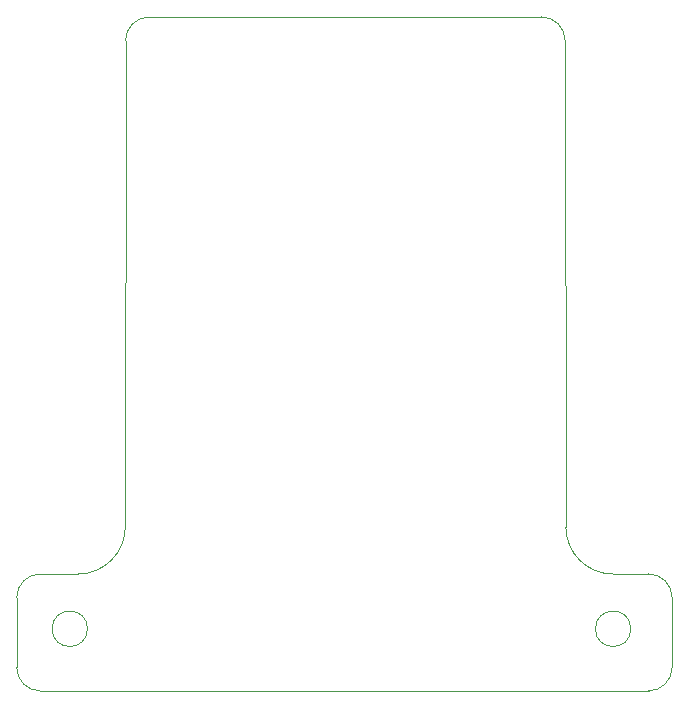
<source format=gbr>
%TF.GenerationSoftware,KiCad,Pcbnew,8.0.1*%
%TF.CreationDate,2024-05-08T13:58:46+07:00*%
%TF.ProjectId,Arduino_RC_Transceiver_DIY_2.0.0,41726475-696e-46f5-9f52-435f5472616e,rev?*%
%TF.SameCoordinates,Original*%
%TF.FileFunction,Profile,NP*%
%FSLAX46Y46*%
G04 Gerber Fmt 4.6, Leading zero omitted, Abs format (unit mm)*
G04 Created by KiCad (PCBNEW 8.0.1) date 2024-05-08 13:58:46*
%MOMM*%
%LPD*%
G01*
G04 APERTURE LIST*
%TA.AperFunction,Profile*%
%ADD10C,0.050000*%
%TD*%
%TA.AperFunction,Profile*%
%ADD11C,0.038100*%
%TD*%
%TA.AperFunction,Profile*%
%ADD12C,0.100000*%
%TD*%
G04 APERTURE END LIST*
D10*
X143801771Y-113801771D02*
G75*
G02*
X139801771Y-117799971I-3999971J1771D01*
G01*
X185094689Y-117800000D02*
G75*
G02*
X181094704Y-113805314I11J4000000D01*
G01*
D11*
X136600000Y-117800000D02*
X139801771Y-117800000D01*
X188100000Y-117800000D02*
X185094689Y-117800000D01*
X134600000Y-125700000D02*
X134600000Y-119800000D01*
X188100000Y-127700000D02*
X136600000Y-127700000D01*
X190100000Y-119800000D02*
X190100000Y-125700000D01*
X136600000Y-127700000D02*
G75*
G02*
X134600000Y-125700000I0J2000000D01*
G01*
X190100000Y-125700000D02*
G75*
G02*
X188100000Y-127700000I-2000000J0D01*
G01*
X134600000Y-119800000D02*
G75*
G02*
X136600000Y-117800000I2000000J0D01*
G01*
X188100000Y-117800000D02*
G75*
G02*
X190100000Y-119800000I0J-2000000D01*
G01*
D10*
X145820000Y-70640000D02*
X179040000Y-70640000D01*
X143801771Y-113801771D02*
X143820000Y-72640000D01*
X181040000Y-72640000D02*
X181094693Y-113805314D01*
X143820000Y-72640000D02*
G75*
G02*
X145820000Y-70640000I2000000J0D01*
G01*
X179040000Y-70640000D02*
G75*
G02*
X181040000Y-72640000I0J-2000000D01*
G01*
D12*
%TO.C,Hold_keep_3*%
X140600000Y-122440000D02*
G75*
G02*
X137600000Y-122440000I-1500000J0D01*
G01*
X137600000Y-122440000D02*
G75*
G02*
X140600000Y-122440000I1500000J0D01*
G01*
%TO.C,Hold_keep_4*%
X186600000Y-122440000D02*
G75*
G02*
X183600000Y-122440000I-1500000J0D01*
G01*
X183600000Y-122440000D02*
G75*
G02*
X186600000Y-122440000I1500000J0D01*
G01*
%TD*%
M02*

</source>
